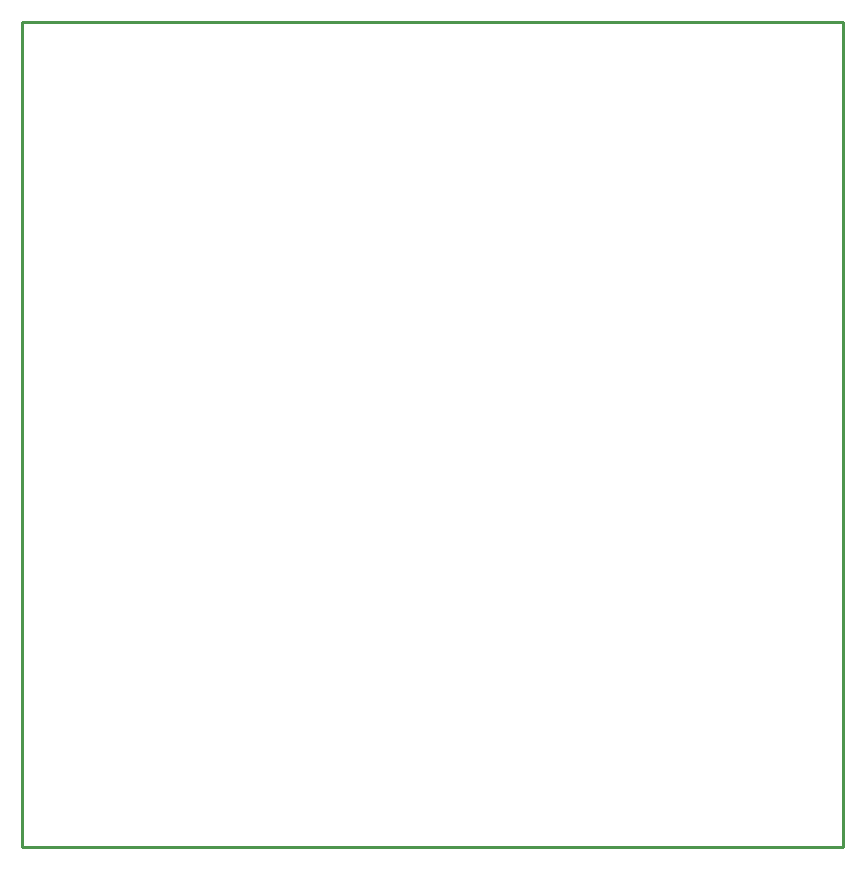
<source format=gbr>
%TF.GenerationSoftware,Altium Limited,Altium Designer,23.10.1 (27)*%
G04 Layer_Color=16711935*
%FSLAX45Y45*%
%MOMM*%
%TF.SameCoordinates,A3D56C02-583D-4B85-B251-08F9BFB6D02B*%
%TF.FilePolarity,Positive*%
%TF.FileFunction,Keep-out,Top*%
%TF.Part,Single*%
G01*
G75*
%TA.AperFunction,NonConductor*%
%ADD33C,0.25400*%
D33*
X10000005Y1016000D02*
Y8000009D01*
X3048000Y1016000D02*
X10000005D01*
X3048000D02*
Y8000009D01*
X10000005D01*
%TF.MD5,3cc1740201d85f6d6ef45d57391a4595*%
M02*

</source>
